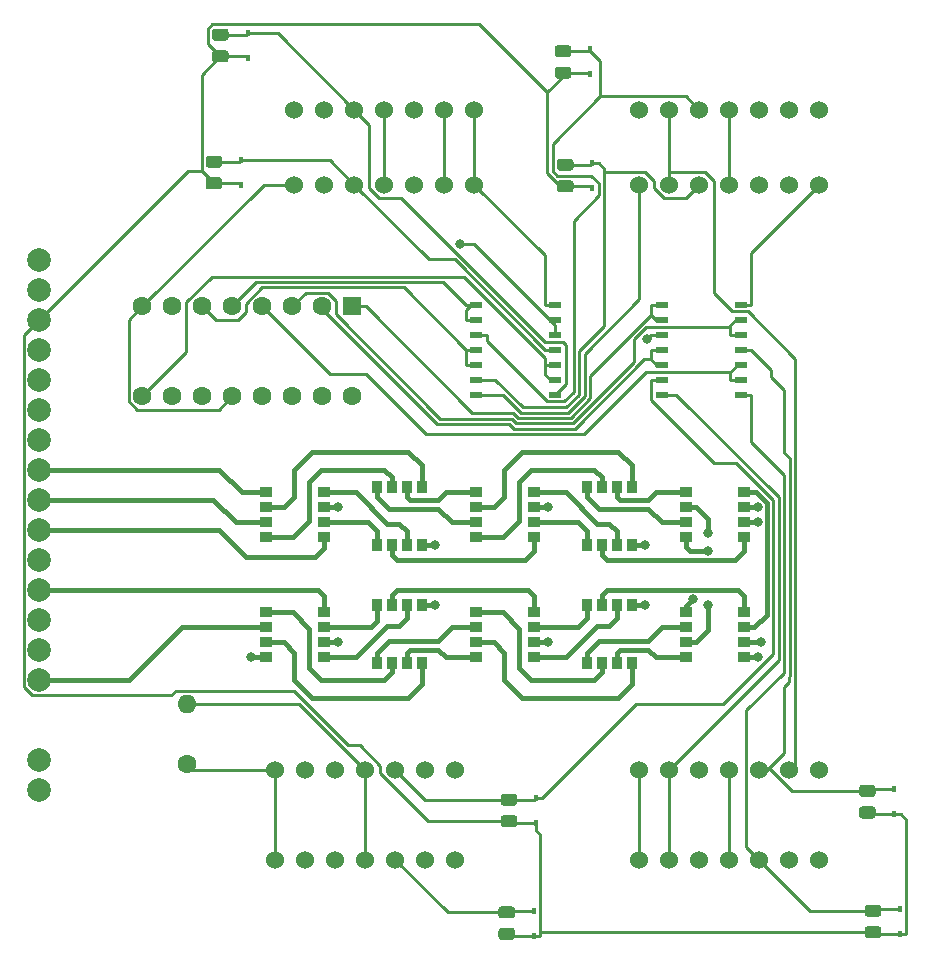
<source format=gbr>
%TF.GenerationSoftware,KiCad,Pcbnew,(5.1.7)-1*%
%TF.CreationDate,2020-11-19T14:16:26-06:00*%
%TF.ProjectId,SLEDBoard,534c4544-426f-4617-9264-2e6b69636164,v01*%
%TF.SameCoordinates,Original*%
%TF.FileFunction,Copper,L1,Top*%
%TF.FilePolarity,Positive*%
%FSLAX46Y46*%
G04 Gerber Fmt 4.6, Leading zero omitted, Abs format (unit mm)*
G04 Created by KiCad (PCBNEW (5.1.7)-1) date 2020-11-19 14:16:26*
%MOMM*%
%LPD*%
G01*
G04 APERTURE LIST*
%TA.AperFunction,ComponentPad*%
%ADD10C,1.524000*%
%TD*%
%TA.AperFunction,SMDPad,CuDef*%
%ADD11R,1.100000X0.510000*%
%TD*%
%TA.AperFunction,SMDPad,CuDef*%
%ADD12R,0.450000X0.600000*%
%TD*%
%TA.AperFunction,ComponentPad*%
%ADD13R,1.600000X1.600000*%
%TD*%
%TA.AperFunction,ComponentPad*%
%ADD14C,1.600000*%
%TD*%
%TA.AperFunction,SMDPad,CuDef*%
%ADD15R,1.100000X0.900000*%
%TD*%
%TA.AperFunction,SMDPad,CuDef*%
%ADD16R,0.900000X1.100000*%
%TD*%
%TA.AperFunction,ComponentPad*%
%ADD17O,1.600000X1.600000*%
%TD*%
%TA.AperFunction,ComponentPad*%
%ADD18C,2.000000*%
%TD*%
%TA.AperFunction,ViaPad*%
%ADD19C,0.800000*%
%TD*%
%TA.AperFunction,Conductor*%
%ADD20C,0.250000*%
%TD*%
%TA.AperFunction,Conductor*%
%ADD21C,0.431800*%
%TD*%
G04 APERTURE END LIST*
D10*
%TO.P,U10,VIN*%
%TO.N,VDD*%
X74930000Y-88900000D03*
%TO.P,U10,GND*%
%TO.N,GND*%
X72390000Y-88900000D03*
%TO.P,U10,3V3*%
%TO.N,N/C*%
X69850000Y-88900000D03*
%TO.P,U10,SCL*%
%TO.N,Net-(R1-Pad2)*%
X67310000Y-88900000D03*
%TO.P,U10,SDA*%
%TO.N,Net-(3SB2-Pad8)*%
X64770000Y-88900000D03*
%TO.P,U10,INT*%
%TO.N,Net-(U10-PadINT)*%
X62230000Y-88900000D03*
%TO.P,U10,LED*%
%TO.N,GND*%
X59690000Y-88900000D03*
%TD*%
%TO.P,U9,VIN*%
%TO.N,VDD*%
X74930000Y-95250000D03*
%TO.P,U9,GND*%
%TO.N,GND*%
X72390000Y-95250000D03*
%TO.P,U9,3V3*%
%TO.N,N/C*%
X69850000Y-95250000D03*
%TO.P,U9,SCL*%
%TO.N,Net-(R1-Pad2)*%
X67310000Y-95250000D03*
%TO.P,U9,SDA*%
%TO.N,Net-(3SB2-Pad11)*%
X64770000Y-95250000D03*
%TO.P,U9,INT*%
%TO.N,Net-(U10-PadINT)*%
X62230000Y-95250000D03*
%TO.P,U9,LED*%
%TO.N,GND*%
X59690000Y-95250000D03*
%TD*%
%TO.P,U8,VIN*%
%TO.N,VDD*%
X104140000Y-88900000D03*
%TO.P,U8,GND*%
%TO.N,GND*%
X101600000Y-88900000D03*
%TO.P,U8,3V3*%
%TO.N,N/C*%
X99060000Y-88900000D03*
%TO.P,U8,SCL*%
%TO.N,Net-(R1-Pad2)*%
X96520000Y-88900000D03*
%TO.P,U8,SDA*%
%TO.N,Net-(3SB2-Pad3)*%
X93980000Y-88900000D03*
%TO.P,U8,INT*%
%TO.N,Net-(U10-PadINT)*%
X91440000Y-88900000D03*
%TO.P,U8,LED*%
%TO.N,GND*%
X88900000Y-88900000D03*
%TD*%
%TO.P,U7,VIN*%
%TO.N,VDD*%
X104140000Y-95250000D03*
%TO.P,U7,GND*%
%TO.N,GND*%
X101600000Y-95250000D03*
%TO.P,U7,3V3*%
%TO.N,N/C*%
X99060000Y-95250000D03*
%TO.P,U7,SCL*%
%TO.N,Net-(R1-Pad2)*%
X96520000Y-95250000D03*
%TO.P,U7,SDA*%
%TO.N,Net-(3SB2-Pad6)*%
X93980000Y-95250000D03*
%TO.P,U7,INT*%
%TO.N,Net-(U10-PadINT)*%
X91440000Y-95250000D03*
%TO.P,U7,LED*%
%TO.N,GND*%
X88900000Y-95250000D03*
%TD*%
%TO.P,U6,VIN*%
%TO.N,VDD*%
X88900000Y-152400000D03*
%TO.P,U6,GND*%
%TO.N,GND*%
X91440000Y-152400000D03*
%TO.P,U6,3V3*%
%TO.N,N/C*%
X93980000Y-152400000D03*
%TO.P,U6,SCL*%
%TO.N,Net-(R1-Pad2)*%
X96520000Y-152400000D03*
%TO.P,U6,SDA*%
%TO.N,Net-(3SB1-Pad8)*%
X99060000Y-152400000D03*
%TO.P,U6,INT*%
%TO.N,Net-(U10-PadINT)*%
X101600000Y-152400000D03*
%TO.P,U6,LED*%
%TO.N,GND*%
X104140000Y-152400000D03*
%TD*%
%TO.P,U5,VIN*%
%TO.N,VDD*%
X88900000Y-144780000D03*
%TO.P,U5,GND*%
%TO.N,GND*%
X91440000Y-144780000D03*
%TO.P,U5,3V3*%
%TO.N,N/C*%
X93980000Y-144780000D03*
%TO.P,U5,SCL*%
%TO.N,Net-(R1-Pad2)*%
X96520000Y-144780000D03*
%TO.P,U5,SDA*%
%TO.N,Net-(3SB1-Pad11)*%
X99060000Y-144780000D03*
%TO.P,U5,INT*%
%TO.N,Net-(U10-PadINT)*%
X101600000Y-144780000D03*
%TO.P,U5,LED*%
%TO.N,GND*%
X104140000Y-144780000D03*
%TD*%
%TO.P,U4,VIN*%
%TO.N,VDD*%
X58060000Y-152400000D03*
%TO.P,U4,GND*%
%TO.N,GND*%
X60600000Y-152400000D03*
%TO.P,U4,3V3*%
%TO.N,N/C*%
X63140000Y-152400000D03*
%TO.P,U4,SCL*%
%TO.N,Net-(R1-Pad2)*%
X65680000Y-152400000D03*
%TO.P,U4,SDA*%
%TO.N,Net-(3SB1-Pad3)*%
X68220000Y-152400000D03*
%TO.P,U4,INT*%
%TO.N,Net-(U10-PadINT)*%
X70760000Y-152400000D03*
%TO.P,U4,LED*%
%TO.N,GND*%
X73300000Y-152400000D03*
%TD*%
%TO.P,U3,VIN*%
%TO.N,VDD*%
X58085000Y-144780000D03*
%TO.P,U3,GND*%
%TO.N,GND*%
X60625000Y-144780000D03*
%TO.P,U3,3V3*%
%TO.N,N/C*%
X63165000Y-144780000D03*
%TO.P,U3,SCL*%
%TO.N,Net-(R1-Pad2)*%
X65705000Y-144780000D03*
%TO.P,U3,SDA*%
%TO.N,Net-(3SB1-Pad6)*%
X68245000Y-144780000D03*
%TO.P,U3,INT*%
%TO.N,Net-(U10-PadINT)*%
X70785000Y-144780000D03*
%TO.P,U3,LED*%
%TO.N,GND*%
X73325000Y-144780000D03*
%TD*%
D11*
%TO.P,3SB1,14*%
%TO.N,VDD*%
X97485200Y-105410000D03*
%TO.P,3SB1,13*%
%TO.N,/~Y2*%
X97485200Y-106680000D03*
%TO.P,3SB1,12*%
X97485200Y-107950000D03*
%TO.P,3SB1,11*%
%TO.N,Net-(3SB1-Pad11)*%
X97485200Y-109220000D03*
%TO.P,3SB1,10*%
%TO.N,/~Y3*%
X97485200Y-110490000D03*
%TO.P,3SB1,9*%
X97485200Y-111760000D03*
%TO.P,3SB1,8*%
%TO.N,Net-(3SB1-Pad8)*%
X97485200Y-113030000D03*
%TO.P,3SB1,7*%
%TO.N,GND*%
X90785200Y-113030000D03*
%TO.P,3SB1,6*%
%TO.N,Net-(3SB1-Pad6)*%
X90785200Y-111760000D03*
%TO.P,3SB1,5*%
%TO.N,/~Y1*%
X90785200Y-110490000D03*
%TO.P,3SB1,4*%
X90785200Y-109220000D03*
%TO.P,3SB1,3*%
%TO.N,Net-(3SB1-Pad3)*%
X90785200Y-107950000D03*
%TO.P,3SB1,2*%
%TO.N,/~Y0*%
X90785200Y-106680000D03*
%TO.P,3SB1,1*%
X90785200Y-105410000D03*
%TD*%
%TO.P,3SB2,1*%
%TO.N,/~Y4*%
X75088000Y-105410000D03*
%TO.P,3SB2,2*%
X75088000Y-106680000D03*
%TO.P,3SB2,3*%
%TO.N,Net-(3SB2-Pad3)*%
X75088000Y-107950000D03*
%TO.P,3SB2,4*%
%TO.N,/~Y5*%
X75088000Y-109220000D03*
%TO.P,3SB2,5*%
X75088000Y-110490000D03*
%TO.P,3SB2,6*%
%TO.N,Net-(3SB2-Pad6)*%
X75088000Y-111760000D03*
%TO.P,3SB2,7*%
%TO.N,GND*%
X75088000Y-113030000D03*
%TO.P,3SB2,8*%
%TO.N,Net-(3SB2-Pad8)*%
X81788000Y-113030000D03*
%TO.P,3SB2,9*%
%TO.N,/~Y7*%
X81788000Y-111760000D03*
%TO.P,3SB2,10*%
X81788000Y-110490000D03*
%TO.P,3SB2,11*%
%TO.N,Net-(3SB2-Pad11)*%
X81788000Y-109220000D03*
%TO.P,3SB2,12*%
%TO.N,/~Y6*%
X81788000Y-107950000D03*
%TO.P,3SB2,13*%
X81788000Y-106680000D03*
%TO.P,3SB2,14*%
%TO.N,VDD*%
X81788000Y-105410000D03*
%TD*%
%TO.P,R18,2*%
%TO.N,Net-(D1-Pad2)*%
%TA.AperFunction,SMDPad,CuDef*%
G36*
G01*
X52964799Y-83868900D02*
X53864801Y-83868900D01*
G75*
G02*
X54114800Y-84118899I0J-249999D01*
G01*
X54114800Y-84643901D01*
G75*
G02*
X53864801Y-84893900I-249999J0D01*
G01*
X52964799Y-84893900D01*
G75*
G02*
X52714800Y-84643901I0J249999D01*
G01*
X52714800Y-84118899D01*
G75*
G02*
X52964799Y-83868900I249999J0D01*
G01*
G37*
%TD.AperFunction*%
%TO.P,R18,1*%
%TO.N,Net-(3SB2-Pad8)*%
%TA.AperFunction,SMDPad,CuDef*%
G36*
G01*
X52964799Y-82043900D02*
X53864801Y-82043900D01*
G75*
G02*
X54114800Y-82293899I0J-249999D01*
G01*
X54114800Y-82818901D01*
G75*
G02*
X53864801Y-83068900I-249999J0D01*
G01*
X52964799Y-83068900D01*
G75*
G02*
X52714800Y-82818901I0J249999D01*
G01*
X52714800Y-82293899D01*
G75*
G02*
X52964799Y-82043900I249999J0D01*
G01*
G37*
%TD.AperFunction*%
%TD*%
%TO.P,R16,1*%
%TO.N,Net-(3SB2-Pad11)*%
%TA.AperFunction,SMDPad,CuDef*%
G36*
G01*
X52419699Y-92800100D02*
X53319701Y-92800100D01*
G75*
G02*
X53569700Y-93050099I0J-249999D01*
G01*
X53569700Y-93575101D01*
G75*
G02*
X53319701Y-93825100I-249999J0D01*
G01*
X52419699Y-93825100D01*
G75*
G02*
X52169700Y-93575101I0J249999D01*
G01*
X52169700Y-93050099D01*
G75*
G02*
X52419699Y-92800100I249999J0D01*
G01*
G37*
%TD.AperFunction*%
%TO.P,R16,2*%
%TO.N,Net-(D1-Pad2)*%
%TA.AperFunction,SMDPad,CuDef*%
G36*
G01*
X52419699Y-94625100D02*
X53319701Y-94625100D01*
G75*
G02*
X53569700Y-94875099I0J-249999D01*
G01*
X53569700Y-95400101D01*
G75*
G02*
X53319701Y-95650100I-249999J0D01*
G01*
X52419699Y-95650100D01*
G75*
G02*
X52169700Y-95400101I0J249999D01*
G01*
X52169700Y-94875099D01*
G75*
G02*
X52419699Y-94625100I249999J0D01*
G01*
G37*
%TD.AperFunction*%
%TD*%
%TO.P,R14,2*%
%TO.N,Net-(D1-Pad2)*%
%TA.AperFunction,SMDPad,CuDef*%
G36*
G01*
X81990699Y-85256700D02*
X82890701Y-85256700D01*
G75*
G02*
X83140700Y-85506699I0J-249999D01*
G01*
X83140700Y-86031701D01*
G75*
G02*
X82890701Y-86281700I-249999J0D01*
G01*
X81990699Y-86281700D01*
G75*
G02*
X81740700Y-86031701I0J249999D01*
G01*
X81740700Y-85506699D01*
G75*
G02*
X81990699Y-85256700I249999J0D01*
G01*
G37*
%TD.AperFunction*%
%TO.P,R14,1*%
%TO.N,Net-(3SB2-Pad3)*%
%TA.AperFunction,SMDPad,CuDef*%
G36*
G01*
X81990699Y-83431700D02*
X82890701Y-83431700D01*
G75*
G02*
X83140700Y-83681699I0J-249999D01*
G01*
X83140700Y-84206701D01*
G75*
G02*
X82890701Y-84456700I-249999J0D01*
G01*
X81990699Y-84456700D01*
G75*
G02*
X81740700Y-84206701I0J249999D01*
G01*
X81740700Y-83681699D01*
G75*
G02*
X81990699Y-83431700I249999J0D01*
G01*
G37*
%TD.AperFunction*%
%TD*%
%TO.P,R12,2*%
%TO.N,Net-(D1-Pad2)*%
%TA.AperFunction,SMDPad,CuDef*%
G36*
G01*
X82175299Y-94882300D02*
X83075301Y-94882300D01*
G75*
G02*
X83325300Y-95132299I0J-249999D01*
G01*
X83325300Y-95657301D01*
G75*
G02*
X83075301Y-95907300I-249999J0D01*
G01*
X82175299Y-95907300D01*
G75*
G02*
X81925300Y-95657301I0J249999D01*
G01*
X81925300Y-95132299D01*
G75*
G02*
X82175299Y-94882300I249999J0D01*
G01*
G37*
%TD.AperFunction*%
%TO.P,R12,1*%
%TO.N,Net-(3SB2-Pad6)*%
%TA.AperFunction,SMDPad,CuDef*%
G36*
G01*
X82175299Y-93057300D02*
X83075301Y-93057300D01*
G75*
G02*
X83325300Y-93307299I0J-249999D01*
G01*
X83325300Y-93832301D01*
G75*
G02*
X83075301Y-94082300I-249999J0D01*
G01*
X82175299Y-94082300D01*
G75*
G02*
X81925300Y-93832301I0J249999D01*
G01*
X81925300Y-93307299D01*
G75*
G02*
X82175299Y-93057300I249999J0D01*
G01*
G37*
%TD.AperFunction*%
%TD*%
%TO.P,R10,2*%
%TO.N,Net-(D1-Pad2)*%
%TA.AperFunction,SMDPad,CuDef*%
G36*
G01*
X108228999Y-158034000D02*
X109129001Y-158034000D01*
G75*
G02*
X109379000Y-158283999I0J-249999D01*
G01*
X109379000Y-158809001D01*
G75*
G02*
X109129001Y-159059000I-249999J0D01*
G01*
X108228999Y-159059000D01*
G75*
G02*
X107979000Y-158809001I0J249999D01*
G01*
X107979000Y-158283999D01*
G75*
G02*
X108228999Y-158034000I249999J0D01*
G01*
G37*
%TD.AperFunction*%
%TO.P,R10,1*%
%TO.N,Net-(3SB1-Pad8)*%
%TA.AperFunction,SMDPad,CuDef*%
G36*
G01*
X108228999Y-156209000D02*
X109129001Y-156209000D01*
G75*
G02*
X109379000Y-156458999I0J-249999D01*
G01*
X109379000Y-156984001D01*
G75*
G02*
X109129001Y-157234000I-249999J0D01*
G01*
X108228999Y-157234000D01*
G75*
G02*
X107979000Y-156984001I0J249999D01*
G01*
X107979000Y-156458999D01*
G75*
G02*
X108228999Y-156209000I249999J0D01*
G01*
G37*
%TD.AperFunction*%
%TD*%
%TO.P,R8,2*%
%TO.N,Net-(D1-Pad2)*%
%TA.AperFunction,SMDPad,CuDef*%
G36*
G01*
X107750999Y-147893000D02*
X108651001Y-147893000D01*
G75*
G02*
X108901000Y-148142999I0J-249999D01*
G01*
X108901000Y-148668001D01*
G75*
G02*
X108651001Y-148918000I-249999J0D01*
G01*
X107750999Y-148918000D01*
G75*
G02*
X107501000Y-148668001I0J249999D01*
G01*
X107501000Y-148142999D01*
G75*
G02*
X107750999Y-147893000I249999J0D01*
G01*
G37*
%TD.AperFunction*%
%TO.P,R8,1*%
%TO.N,Net-(3SB1-Pad11)*%
%TA.AperFunction,SMDPad,CuDef*%
G36*
G01*
X107750999Y-146068000D02*
X108651001Y-146068000D01*
G75*
G02*
X108901000Y-146317999I0J-249999D01*
G01*
X108901000Y-146843001D01*
G75*
G02*
X108651001Y-147093000I-249999J0D01*
G01*
X107750999Y-147093000D01*
G75*
G02*
X107501000Y-146843001I0J249999D01*
G01*
X107501000Y-146317999D01*
G75*
G02*
X107750999Y-146068000I249999J0D01*
G01*
G37*
%TD.AperFunction*%
%TD*%
%TO.P,R6,2*%
%TO.N,Net-(D1-Pad2)*%
%TA.AperFunction,SMDPad,CuDef*%
G36*
G01*
X77221599Y-158178000D02*
X78121601Y-158178000D01*
G75*
G02*
X78371600Y-158427999I0J-249999D01*
G01*
X78371600Y-158953001D01*
G75*
G02*
X78121601Y-159203000I-249999J0D01*
G01*
X77221599Y-159203000D01*
G75*
G02*
X76971600Y-158953001I0J249999D01*
G01*
X76971600Y-158427999D01*
G75*
G02*
X77221599Y-158178000I249999J0D01*
G01*
G37*
%TD.AperFunction*%
%TO.P,R6,1*%
%TO.N,Net-(3SB1-Pad3)*%
%TA.AperFunction,SMDPad,CuDef*%
G36*
G01*
X77221599Y-156353000D02*
X78121601Y-156353000D01*
G75*
G02*
X78371600Y-156602999I0J-249999D01*
G01*
X78371600Y-157128001D01*
G75*
G02*
X78121601Y-157378000I-249999J0D01*
G01*
X77221599Y-157378000D01*
G75*
G02*
X76971600Y-157128001I0J249999D01*
G01*
X76971600Y-156602999D01*
G75*
G02*
X77221599Y-156353000I249999J0D01*
G01*
G37*
%TD.AperFunction*%
%TD*%
%TO.P,R4,2*%
%TO.N,Net-(D1-Pad2)*%
%TA.AperFunction,SMDPad,CuDef*%
G36*
G01*
X77409399Y-148629000D02*
X78309401Y-148629000D01*
G75*
G02*
X78559400Y-148878999I0J-249999D01*
G01*
X78559400Y-149404001D01*
G75*
G02*
X78309401Y-149654000I-249999J0D01*
G01*
X77409399Y-149654000D01*
G75*
G02*
X77159400Y-149404001I0J249999D01*
G01*
X77159400Y-148878999D01*
G75*
G02*
X77409399Y-148629000I249999J0D01*
G01*
G37*
%TD.AperFunction*%
%TO.P,R4,1*%
%TO.N,Net-(3SB1-Pad6)*%
%TA.AperFunction,SMDPad,CuDef*%
G36*
G01*
X77409399Y-146804000D02*
X78309401Y-146804000D01*
G75*
G02*
X78559400Y-147053999I0J-249999D01*
G01*
X78559400Y-147579001D01*
G75*
G02*
X78309401Y-147829000I-249999J0D01*
G01*
X77409399Y-147829000D01*
G75*
G02*
X77159400Y-147579001I0J249999D01*
G01*
X77159400Y-147053999D01*
G75*
G02*
X77409399Y-146804000I249999J0D01*
G01*
G37*
%TD.AperFunction*%
%TD*%
D12*
%TO.P,D1,2*%
%TO.N,Net-(D1-Pad2)*%
X80145400Y-149279000D03*
%TO.P,D1,1*%
%TO.N,Net-(3SB1-Pad6)*%
X80145400Y-147179000D03*
%TD*%
%TO.P,D2,1*%
%TO.N,Net-(3SB1-Pad3)*%
X79957600Y-156728000D03*
%TO.P,D2,2*%
%TO.N,Net-(D1-Pad2)*%
X79957600Y-158828000D03*
%TD*%
%TO.P,D3,1*%
%TO.N,Net-(3SB1-Pad11)*%
X110487000Y-146443000D03*
%TO.P,D3,2*%
%TO.N,Net-(D1-Pad2)*%
X110487000Y-148543000D03*
%TD*%
%TO.P,D4,2*%
%TO.N,Net-(D1-Pad2)*%
X110965000Y-158684000D03*
%TO.P,D4,1*%
%TO.N,Net-(3SB1-Pad8)*%
X110965000Y-156584000D03*
%TD*%
%TO.P,D5,1*%
%TO.N,Net-(3SB2-Pad6)*%
X84911300Y-93432300D03*
%TO.P,D5,2*%
%TO.N,Net-(D1-Pad2)*%
X84911300Y-95532300D03*
%TD*%
%TO.P,D6,1*%
%TO.N,Net-(3SB2-Pad3)*%
X84726700Y-83806700D03*
%TO.P,D6,2*%
%TO.N,Net-(D1-Pad2)*%
X84726700Y-85906700D03*
%TD*%
%TO.P,D7,2*%
%TO.N,Net-(D1-Pad2)*%
X55155700Y-95275100D03*
%TO.P,D7,1*%
%TO.N,Net-(3SB2-Pad11)*%
X55155700Y-93175100D03*
%TD*%
%TO.P,D8,2*%
%TO.N,Net-(D1-Pad2)*%
X55764000Y-84518900D03*
%TO.P,D8,1*%
%TO.N,Net-(3SB2-Pad8)*%
X55764000Y-82418900D03*
%TD*%
D13*
%TO.P,DECODER1,1*%
%TO.N,/~Y0*%
X64592200Y-105537000D03*
D14*
%TO.P,DECODER1,2*%
%TO.N,/~Y1*%
X62052200Y-105537000D03*
%TO.P,DECODER1,3*%
%TO.N,/~Y2*%
X59512200Y-105537000D03*
%TO.P,DECODER1,4*%
%TO.N,/~Y3*%
X56972200Y-105537000D03*
%TO.P,DECODER1,5*%
%TO.N,/~Y4*%
X54432200Y-105537000D03*
%TO.P,DECODER1,6*%
%TO.N,/~Y5*%
X51892200Y-105537000D03*
%TO.P,DECODER1,7*%
%TO.N,/~Y6*%
X49352200Y-105537000D03*
%TO.P,DECODER1,10*%
%TO.N,N/C*%
X49352200Y-113157000D03*
%TO.P,DECODER1,11*%
X51892200Y-113157000D03*
%TO.P,DECODER1,12*%
%TO.N,GND*%
X54432200Y-113157000D03*
%TO.P,DECODER1,13*%
%TO.N,Net-(DECODER1-Pad13)*%
X56972200Y-113157000D03*
%TO.P,DECODER1,14*%
%TO.N,Net-(DECODER1-Pad14)*%
X59512200Y-113157000D03*
%TO.P,DECODER1,15*%
%TO.N,Net-(DECODER1-Pad15)*%
X62052200Y-113157000D03*
%TO.P,DECODER1,16*%
%TO.N,VDD*%
X64592200Y-113157000D03*
%TO.P,DECODER1,8*%
%TO.N,GND*%
X46812200Y-105537000D03*
%TO.P,DECODER1,9*%
%TO.N,/~Y7*%
X46812200Y-113157000D03*
%TD*%
D15*
%TO.P,LED1,5*%
%TO.N,Net-(LED1-Pad5)*%
X62224920Y-125100080D03*
%TO.P,LED1,6*%
%TO.N,Net-(LED1-Pad6)*%
X62224920Y-123830080D03*
%TO.P,LED1,7*%
%TO.N,Net-(LED1-Pad7)*%
X62224920Y-122560080D03*
%TO.P,LED1,8*%
%TO.N,Net-(LED1-Pad8)*%
X62224920Y-121290080D03*
%TO.P,LED1,4*%
%TO.N,Net-(LED1-Pad4)*%
X57324920Y-125100080D03*
%TO.P,LED1,3*%
%TO.N,Net-(LED1-Pad3)*%
X57324920Y-123830080D03*
%TO.P,LED1,2*%
%TO.N,Net-(LED1-Pad2)*%
X57324920Y-122560080D03*
%TO.P,LED1,1*%
%TO.N,Net-(LED1-Pad1)*%
X57324920Y-121290080D03*
%TD*%
%TO.P,LED2,1*%
%TO.N,Net-(LED2-Pad1)*%
X57324920Y-131450080D03*
%TO.P,LED2,2*%
%TO.N,Net-(LED2-Pad2)*%
X57324920Y-132720080D03*
%TO.P,LED2,3*%
%TO.N,Net-(LED2-Pad3)*%
X57324920Y-133990080D03*
%TO.P,LED2,4*%
%TO.N,Net-(LED2-Pad4)*%
X57324920Y-135260080D03*
%TO.P,LED2,8*%
%TO.N,Net-(LED2-Pad8)*%
X62224920Y-131450080D03*
%TO.P,LED2,7*%
%TO.N,Net-(LED2-Pad7)*%
X62224920Y-132720080D03*
%TO.P,LED2,6*%
%TO.N,Net-(LED2-Pad6)*%
X62224920Y-133990080D03*
%TO.P,LED2,5*%
%TO.N,Net-(LED2-Pad5)*%
X62224920Y-135260080D03*
%TD*%
D16*
%TO.P,LED3,1*%
%TO.N,Net-(LED1-Pad2)*%
X70479920Y-120824920D03*
%TO.P,LED3,2*%
%TO.N,Net-(LED3-Pad2)*%
X69209920Y-120824920D03*
%TO.P,LED3,3*%
%TO.N,Net-(LED1-Pad4)*%
X67939920Y-120824920D03*
%TO.P,LED3,4*%
%TO.N,Net-(LED3-Pad4)*%
X66669920Y-120824920D03*
%TO.P,LED3,8*%
%TO.N,Net-(LED3-Pad8)*%
X70479920Y-125724920D03*
%TO.P,LED3,7*%
%TO.N,Net-(LED1-Pad8)*%
X69209920Y-125724920D03*
%TO.P,LED3,6*%
%TO.N,Net-(LED3-Pad6)*%
X67939920Y-125724920D03*
%TO.P,LED3,5*%
%TO.N,Net-(LED1-Pad6)*%
X66669920Y-125724920D03*
%TD*%
%TO.P,LED4,5*%
%TO.N,Net-(LED4-Pad5)*%
X70490080Y-130815080D03*
%TO.P,LED4,6*%
%TO.N,Net-(LED2-Pad5)*%
X69220080Y-130815080D03*
%TO.P,LED4,7*%
%TO.N,Net-(LED4-Pad7)*%
X67950080Y-130815080D03*
%TO.P,LED4,8*%
%TO.N,Net-(LED2-Pad7)*%
X66680080Y-130815080D03*
%TO.P,LED4,4*%
%TO.N,Net-(LED2-Pad3)*%
X70490080Y-135715080D03*
%TO.P,LED4,3*%
%TO.N,Net-(LED4-Pad3)*%
X69220080Y-135715080D03*
%TO.P,LED4,2*%
%TO.N,Net-(LED2-Pad1)*%
X67950080Y-135715080D03*
%TO.P,LED4,1*%
%TO.N,Net-(LED4-Pad1)*%
X66680080Y-135715080D03*
%TD*%
D15*
%TO.P,LED5,5*%
%TO.N,Net-(LED3-Pad6)*%
X80004920Y-125100080D03*
%TO.P,LED5,6*%
%TO.N,Net-(LED5-Pad6)*%
X80004920Y-123830080D03*
%TO.P,LED5,7*%
%TO.N,Net-(LED3-Pad8)*%
X80004920Y-122560080D03*
%TO.P,LED5,8*%
%TO.N,Net-(LED5-Pad8)*%
X80004920Y-121290080D03*
%TO.P,LED5,4*%
%TO.N,Net-(LED5-Pad4)*%
X75104920Y-125100080D03*
%TO.P,LED5,3*%
%TO.N,Net-(LED3-Pad4)*%
X75104920Y-123830080D03*
%TO.P,LED5,2*%
%TO.N,Net-(LED5-Pad2)*%
X75104920Y-122560080D03*
%TO.P,LED5,1*%
%TO.N,Net-(LED3-Pad2)*%
X75104920Y-121290080D03*
%TD*%
%TO.P,LED6,1*%
%TO.N,Net-(LED6-Pad1)*%
X75104920Y-131450080D03*
%TO.P,LED6,2*%
%TO.N,Net-(LED4-Pad1)*%
X75104920Y-132720080D03*
%TO.P,LED6,3*%
%TO.N,Net-(LED6-Pad3)*%
X75104920Y-133990080D03*
%TO.P,LED6,4*%
%TO.N,Net-(LED4-Pad3)*%
X75104920Y-135260080D03*
%TO.P,LED6,8*%
%TO.N,Net-(LED4-Pad7)*%
X80004920Y-131450080D03*
%TO.P,LED6,7*%
%TO.N,Net-(LED6-Pad7)*%
X80004920Y-132720080D03*
%TO.P,LED6,6*%
%TO.N,Net-(LED4-Pad5)*%
X80004920Y-133990080D03*
%TO.P,LED6,5*%
%TO.N,Net-(LED6-Pad5)*%
X80004920Y-135260080D03*
%TD*%
D16*
%TO.P,LED7,1*%
%TO.N,Net-(LED5-Pad2)*%
X88259920Y-120824920D03*
%TO.P,LED7,2*%
%TO.N,Net-(LED7-Pad2)*%
X86989920Y-120824920D03*
%TO.P,LED7,3*%
%TO.N,Net-(LED5-Pad4)*%
X85719920Y-120824920D03*
%TO.P,LED7,4*%
%TO.N,Net-(LED7-Pad4)*%
X84449920Y-120824920D03*
%TO.P,LED7,8*%
%TO.N,Net-(LED7-Pad8)*%
X88259920Y-125724920D03*
%TO.P,LED7,7*%
%TO.N,Net-(LED5-Pad8)*%
X86989920Y-125724920D03*
%TO.P,LED7,6*%
%TO.N,Net-(LED7-Pad6)*%
X85719920Y-125724920D03*
%TO.P,LED7,5*%
%TO.N,Net-(LED5-Pad6)*%
X84449920Y-125724920D03*
%TD*%
%TO.P,LED8,1*%
%TO.N,Net-(LED10-Pad2)*%
X84460080Y-135715080D03*
%TO.P,LED8,2*%
%TO.N,Net-(LED6-Pad1)*%
X85730080Y-135715080D03*
%TO.P,LED8,3*%
%TO.N,Net-(LED10-Pad4)*%
X87000080Y-135715080D03*
%TO.P,LED8,4*%
%TO.N,Net-(LED6-Pad3)*%
X88270080Y-135715080D03*
%TO.P,LED8,8*%
%TO.N,Net-(LED6-Pad7)*%
X84460080Y-130815080D03*
%TO.P,LED8,7*%
%TO.N,Net-(LED10-Pad8)*%
X85730080Y-130815080D03*
%TO.P,LED8,6*%
%TO.N,Net-(LED6-Pad5)*%
X87000080Y-130815080D03*
%TO.P,LED8,5*%
%TO.N,Net-(LED10-Pad6)*%
X88270080Y-130815080D03*
%TD*%
D15*
%TO.P,LED9,5*%
%TO.N,Net-(LED7-Pad6)*%
X97784920Y-125100080D03*
%TO.P,LED9,6*%
%TO.N,Net-(LED10-Pad5)*%
X97784920Y-123830080D03*
%TO.P,LED9,7*%
%TO.N,Net-(LED7-Pad8)*%
X97784920Y-122560080D03*
%TO.P,LED9,8*%
%TO.N,Net-(LED10-Pad7)*%
X97784920Y-121290080D03*
%TO.P,LED9,4*%
%TO.N,Net-(LED10-Pad3)*%
X92884920Y-125100080D03*
%TO.P,LED9,3*%
%TO.N,Net-(LED7-Pad4)*%
X92884920Y-123830080D03*
%TO.P,LED9,2*%
%TO.N,Net-(LED10-Pad1)*%
X92884920Y-122560080D03*
%TO.P,LED9,1*%
%TO.N,Net-(LED7-Pad2)*%
X92884920Y-121290080D03*
%TD*%
%TO.P,LED10,5*%
%TO.N,Net-(LED10-Pad5)*%
X97784920Y-135260080D03*
%TO.P,LED10,6*%
%TO.N,Net-(LED10-Pad6)*%
X97784920Y-133990080D03*
%TO.P,LED10,7*%
%TO.N,Net-(LED10-Pad7)*%
X97784920Y-132720080D03*
%TO.P,LED10,8*%
%TO.N,Net-(LED10-Pad8)*%
X97784920Y-131450080D03*
%TO.P,LED10,4*%
%TO.N,Net-(LED10-Pad4)*%
X92884920Y-135260080D03*
%TO.P,LED10,3*%
%TO.N,Net-(LED10-Pad3)*%
X92884920Y-133990080D03*
%TO.P,LED10,2*%
%TO.N,Net-(LED10-Pad2)*%
X92884920Y-132720080D03*
%TO.P,LED10,1*%
%TO.N,Net-(LED10-Pad1)*%
X92884920Y-131450080D03*
%TD*%
D14*
%TO.P,R1,1*%
%TO.N,VDD*%
X50625000Y-144325000D03*
D17*
%TO.P,R1,2*%
%TO.N,Net-(R1-Pad2)*%
X50625000Y-139245000D03*
%TD*%
D18*
%TO.P,U1,1*%
%TO.N,GND*%
X38100000Y-146507000D03*
%TO.P,U1,2*%
%TO.N,VDD*%
X38100000Y-143967000D03*
%TD*%
%TO.P,U2,1*%
%TO.N,Net-(LED2-Pad2)*%
X38100000Y-137160000D03*
%TO.P,U2,2*%
%TO.N,Net-(LED2-Pad4)*%
X38100000Y-134620000D03*
%TO.P,U2,3*%
%TO.N,Net-(LED2-Pad6)*%
X38100000Y-132080000D03*
%TO.P,U2,4*%
%TO.N,Net-(LED2-Pad8)*%
X38100000Y-129540000D03*
%TO.P,U2,5*%
%TO.N,Net-(LED1-Pad7)*%
X38100000Y-127000000D03*
%TO.P,U2,6*%
%TO.N,Net-(LED1-Pad5)*%
X38100000Y-124460000D03*
%TO.P,U2,7*%
%TO.N,Net-(LED1-Pad3)*%
X38100000Y-121920000D03*
%TO.P,U2,8*%
%TO.N,Net-(LED1-Pad1)*%
X38100000Y-119380000D03*
%TO.P,U2,9*%
%TO.N,N/C*%
X38100000Y-116840000D03*
%TO.P,U2,10*%
%TO.N,Net-(DECODER1-Pad13)*%
X38100000Y-114300000D03*
%TO.P,U2,11*%
%TO.N,Net-(DECODER1-Pad14)*%
X38100000Y-111760000D03*
%TO.P,U2,12*%
%TO.N,Net-(DECODER1-Pad15)*%
X38100000Y-109220000D03*
%TO.P,U2,13*%
%TO.N,Net-(D1-Pad2)*%
X38100000Y-106680000D03*
%TO.P,U2,14*%
%TO.N,Net-(U10-PadINT)*%
X38100000Y-104140000D03*
%TO.P,U2,15*%
%TO.N,Net-(R1-Pad2)*%
X38100000Y-101600000D03*
%TD*%
D19*
%TO.N,Net-(3SB1-Pad3)*%
X89562600Y-108332500D03*
%TO.N,/~Y6*%
X73673600Y-100239200D03*
%TO.N,Net-(LED1-Pad7)*%
X63378100Y-122560000D03*
%TO.N,Net-(LED2-Pad4)*%
X56001900Y-135260000D03*
%TO.N,Net-(LED2-Pad6)*%
X63378100Y-133990000D03*
%TO.N,Net-(LED3-Pad8)*%
X81158100Y-122560000D03*
X71628000Y-125730000D03*
%TO.N,Net-(LED4-Pad5)*%
X81158100Y-133990000D03*
X71622900Y-130815000D03*
%TO.N,Net-(LED7-Pad8)*%
X98938100Y-122560000D03*
X89408000Y-125730000D03*
%TO.N,Net-(LED10-Pad6)*%
X89402900Y-130815000D03*
X99192100Y-133990000D03*
%TO.N,Net-(LED10-Pad5)*%
X98938100Y-123830000D03*
X98938100Y-135260000D03*
%TO.N,Net-(LED10-Pad3)*%
X94742000Y-130810000D03*
X94742000Y-126238000D03*
%TO.N,Net-(LED10-Pad1)*%
X93472000Y-130302000D03*
X94742000Y-124714000D03*
%TD*%
D20*
%TO.N,/~Y0*%
X65717500Y-105537000D02*
X74744900Y-114564400D01*
X74744900Y-114564400D02*
X78219600Y-114564400D01*
X78219600Y-114564400D02*
X78653800Y-114998600D01*
X78653800Y-114998600D02*
X83082300Y-114998600D01*
X83082300Y-114998600D02*
X84739800Y-113341100D01*
X84739800Y-113341100D02*
X84739800Y-111432000D01*
X84739800Y-111432000D02*
X89919700Y-106252100D01*
X89919700Y-106252100D02*
X89909900Y-106242300D01*
X89909900Y-106242300D02*
X89909900Y-105410000D01*
X90347600Y-106680000D02*
X89919700Y-106252100D01*
X64592200Y-105537000D02*
X65717500Y-105537000D01*
X90785200Y-105410000D02*
X89909900Y-105410000D01*
X90785200Y-106680000D02*
X90347600Y-106680000D01*
%TO.N,Net-(3SB1-Pad3)*%
X89562600Y-108332500D02*
X89909900Y-107985200D01*
X89909900Y-107985200D02*
X89909900Y-107950000D01*
X90785200Y-107950000D02*
X89909900Y-107950000D01*
X77671600Y-156865500D02*
X72685500Y-156865500D01*
X72685500Y-156865500D02*
X68220000Y-152400000D01*
X77671800Y-156865700D02*
X77671700Y-156865600D01*
X77671700Y-156865600D02*
X77671600Y-156865600D01*
X77671600Y-156865600D02*
X77671600Y-156865500D01*
X77671800Y-156865700D02*
X77671600Y-156866000D01*
X79957600Y-156728000D02*
X77809100Y-156728000D01*
X77809100Y-156728000D02*
X77671800Y-156865700D01*
%TO.N,/~Y1*%
X62052200Y-105537000D02*
X62052200Y-105775800D01*
X62052200Y-105775800D02*
X71795900Y-115519500D01*
X71795900Y-115519500D02*
X77900900Y-115519500D01*
X77900900Y-115519500D02*
X78280600Y-115899200D01*
X78280600Y-115899200D02*
X83455500Y-115899200D01*
X83455500Y-115899200D02*
X89302400Y-110052300D01*
X89302400Y-110052300D02*
X89909900Y-110052300D01*
X89909900Y-110052300D02*
X89909900Y-109220000D01*
X90347600Y-110490000D02*
X89909900Y-110052300D01*
X90785200Y-109220000D02*
X89909900Y-109220000D01*
X90785200Y-110490000D02*
X90347600Y-110490000D01*
%TO.N,Net-(3SB1-Pad6)*%
X89909900Y-111760000D02*
X89909900Y-113488600D01*
X89909900Y-113488600D02*
X95247600Y-118826300D01*
X95247600Y-118826300D02*
X97119800Y-118826300D01*
X97119800Y-118826300D02*
X100244600Y-121951100D01*
X100244600Y-121951100D02*
X100244600Y-134988900D01*
X100244600Y-134988900D02*
X96008200Y-139225300D01*
X96008200Y-139225300D02*
X88649400Y-139225300D01*
X88649400Y-139225300D02*
X80695700Y-147179000D01*
X80145400Y-147179000D02*
X80695700Y-147179000D01*
X90785200Y-111760000D02*
X89909900Y-111760000D01*
X77859400Y-147316000D02*
X80007900Y-147316000D01*
X80007900Y-147316000D02*
X80145400Y-147179000D01*
X77859400Y-147316000D02*
X70781000Y-147316000D01*
X70781000Y-147316000D02*
X68245000Y-144780000D01*
X77859400Y-147316000D02*
X77859400Y-147316500D01*
%TO.N,GND*%
X75963300Y-113030000D02*
X77322100Y-113030000D01*
X77322100Y-113030000D02*
X78840400Y-114548300D01*
X78840400Y-114548300D02*
X82895700Y-114548300D01*
X82895700Y-114548300D02*
X84289500Y-113154500D01*
X84289500Y-113154500D02*
X84289500Y-109552800D01*
X84289500Y-109552800D02*
X88900000Y-104942300D01*
X88900000Y-104942300D02*
X88900000Y-95250000D01*
X46812200Y-105537000D02*
X57099200Y-95250000D01*
X57099200Y-95250000D02*
X59690000Y-95250000D01*
X54432200Y-113157000D02*
X53288900Y-114300300D01*
X53288900Y-114300300D02*
X46360300Y-114300300D01*
X46360300Y-114300300D02*
X45657800Y-113597800D01*
X45657800Y-113597800D02*
X45657800Y-106691400D01*
X45657800Y-106691400D02*
X46812200Y-105537000D01*
X91660500Y-113030000D02*
X91998300Y-113030000D01*
X91998300Y-113030000D02*
X100694900Y-121726600D01*
X100694900Y-121726600D02*
X100694900Y-135525100D01*
X100694900Y-135525100D02*
X91440000Y-144780000D01*
X90785200Y-113030000D02*
X91660500Y-113030000D01*
X91440000Y-152400000D02*
X91440000Y-144780000D01*
X75088000Y-113030000D02*
X75963300Y-113030000D01*
X72390000Y-88900000D02*
X72390000Y-95250000D01*
%TO.N,Net-(3SB1-Pad8)*%
X108747500Y-156653000D02*
X108679000Y-156722000D01*
X110965000Y-156584000D02*
X108816000Y-156584000D01*
X108816000Y-156584000D02*
X108747500Y-156653000D01*
X108747500Y-156653000D02*
X108679000Y-156721500D01*
X97485200Y-113030000D02*
X98360500Y-113030000D01*
X98360500Y-113030000D02*
X98360500Y-117048100D01*
X98360500Y-117048100D02*
X101145300Y-119832900D01*
X101145300Y-119832900D02*
X101145300Y-136568700D01*
X101145300Y-136568700D02*
X97948700Y-139765300D01*
X97948700Y-139765300D02*
X97948700Y-151288700D01*
X97948700Y-151288700D02*
X99060000Y-152400000D01*
X108679000Y-156721500D02*
X103381500Y-156721500D01*
X103381500Y-156721500D02*
X99060000Y-152400000D01*
%TO.N,/~Y4*%
X74212700Y-105410000D02*
X72291800Y-103489100D01*
X72291800Y-103489100D02*
X56480100Y-103489100D01*
X56480100Y-103489100D02*
X54432200Y-105537000D01*
X75088000Y-106680000D02*
X74212700Y-106680000D01*
X74650400Y-105410000D02*
X74212700Y-105847700D01*
X74212700Y-105847700D02*
X74212700Y-106680000D01*
X74650400Y-105410000D02*
X74212700Y-105410000D01*
X75088000Y-105410000D02*
X74650400Y-105410000D01*
%TO.N,Net-(3SB1-Pad11)*%
X99878100Y-144622300D02*
X101170000Y-143330400D01*
X101170000Y-143330400D02*
X101170000Y-137766500D01*
X101170000Y-137766500D02*
X101578900Y-137357600D01*
X101578900Y-137357600D02*
X101578900Y-136901400D01*
X101578900Y-136901400D02*
X101620300Y-136860000D01*
X101620300Y-136860000D02*
X101620300Y-118414400D01*
X101620300Y-118414400D02*
X101170000Y-117964100D01*
X101170000Y-117964100D02*
X101170000Y-112666300D01*
X101170000Y-112666300D02*
X100052400Y-111548700D01*
X100052400Y-111548700D02*
X100052400Y-110911900D01*
X100052400Y-110911900D02*
X98360500Y-109220000D01*
X99060000Y-144780000D02*
X99720400Y-144780000D01*
X99720400Y-144780000D02*
X99878100Y-144622300D01*
X108201000Y-146580000D02*
X101835700Y-146580000D01*
X101835700Y-146580000D02*
X99878100Y-144622300D01*
X97485200Y-109220000D02*
X98360500Y-109220000D01*
X108201000Y-146580000D02*
X108201000Y-146580500D01*
X110487000Y-146443000D02*
X108338000Y-146443000D01*
X108338000Y-146443000D02*
X108201000Y-146580000D01*
%TO.N,/~Y3*%
X56972200Y-105537000D02*
X62679000Y-111243800D01*
X62679000Y-111243800D02*
X65717500Y-111243800D01*
X65717500Y-111243800D02*
X70823200Y-116349500D01*
X70823200Y-116349500D02*
X84249700Y-116349500D01*
X84249700Y-116349500D02*
X89472300Y-111126900D01*
X89472300Y-111126900D02*
X96609900Y-111126900D01*
X96609900Y-111126900D02*
X97047600Y-110689200D01*
X97047600Y-110689200D02*
X97047600Y-110490000D01*
X96609900Y-111760000D02*
X96609900Y-111126900D01*
X97485200Y-111760000D02*
X96609900Y-111760000D01*
X97485200Y-110490000D02*
X97047600Y-110490000D01*
%TO.N,VDD*%
X81788000Y-105410000D02*
X80912700Y-105410000D01*
X80912700Y-105410000D02*
X80912700Y-101232700D01*
X80912700Y-101232700D02*
X74930000Y-95250000D01*
X98360500Y-105410000D02*
X98360500Y-101029500D01*
X98360500Y-101029500D02*
X104140000Y-95250000D01*
X74930000Y-95250000D02*
X74930000Y-88900000D01*
X88900000Y-152400000D02*
X88900000Y-144780000D01*
X58060000Y-144805000D02*
X58060000Y-152400000D01*
X58085000Y-144780000D02*
X58060000Y-144805000D01*
X50625000Y-144325000D02*
X51105000Y-144805000D01*
X51105000Y-144805000D02*
X58060000Y-144805000D01*
X97485200Y-105410000D02*
X98360500Y-105410000D01*
%TO.N,/~Y7*%
X80912700Y-110490000D02*
X80912700Y-109936000D01*
X80912700Y-109936000D02*
X74015500Y-103038800D01*
X74015500Y-103038800D02*
X52738900Y-103038800D01*
X52738900Y-103038800D02*
X50549900Y-105227800D01*
X50549900Y-105227800D02*
X50549900Y-109419300D01*
X50549900Y-109419300D02*
X46812200Y-113157000D01*
X81350400Y-111760000D02*
X80912700Y-111322300D01*
X80912700Y-111322300D02*
X80912700Y-110490000D01*
X81788000Y-110490000D02*
X80912700Y-110490000D01*
X81788000Y-111760000D02*
X81350400Y-111760000D01*
%TO.N,Net-(3SB2-Pad11)*%
X64770000Y-95250000D02*
X71102200Y-101582200D01*
X71102200Y-101582200D02*
X73274900Y-101582200D01*
X73274900Y-101582200D02*
X80912700Y-109220000D01*
X81788000Y-109220000D02*
X80912700Y-109220000D01*
X55155700Y-93175100D02*
X62695100Y-93175100D01*
X62695100Y-93175100D02*
X64770000Y-95250000D01*
X52869700Y-93312600D02*
X55018200Y-93312600D01*
X55018200Y-93312600D02*
X55155700Y-93175100D01*
%TO.N,Net-(3SB2-Pad8)*%
X55764000Y-82418900D02*
X58288900Y-82418900D01*
X58288900Y-82418900D02*
X64770000Y-88900000D01*
X81788000Y-113030000D02*
X82663400Y-112154600D01*
X82663400Y-112154600D02*
X82663400Y-108830300D01*
X82663400Y-108830300D02*
X82416100Y-108583000D01*
X82416100Y-108583000D02*
X80912600Y-108583000D01*
X80912600Y-108583000D02*
X68724700Y-96395100D01*
X68724700Y-96395100D02*
X66885100Y-96395100D01*
X66885100Y-96395100D02*
X66040000Y-95550000D01*
X66040000Y-95550000D02*
X66040000Y-90170000D01*
X66040000Y-90170000D02*
X64770000Y-88900000D01*
X53414800Y-82556400D02*
X55626500Y-82556400D01*
X55626500Y-82556400D02*
X55764000Y-82418900D01*
%TO.N,Net-(3SB2-Pad6)*%
X75088000Y-111760000D02*
X76689000Y-111760000D01*
X76689000Y-111760000D02*
X79027000Y-114098000D01*
X79027000Y-114098000D02*
X82709100Y-114098000D01*
X82709100Y-114098000D02*
X83783000Y-113024100D01*
X83783000Y-113024100D02*
X83783000Y-109345600D01*
X83783000Y-109345600D02*
X85924900Y-107203700D01*
X85924900Y-107203700D02*
X85924900Y-94145000D01*
X85924900Y-94145000D02*
X85924900Y-93895600D01*
X85924900Y-93895600D02*
X85461600Y-93432300D01*
X85924900Y-94145000D02*
X89341900Y-94145000D01*
X89341900Y-94145000D02*
X90170000Y-94973100D01*
X90170000Y-94973100D02*
X90170000Y-95539100D01*
X90170000Y-95539100D02*
X90977300Y-96346400D01*
X90977300Y-96346400D02*
X92883600Y-96346400D01*
X92883600Y-96346400D02*
X93980000Y-95250000D01*
X84911300Y-93432300D02*
X85461600Y-93432300D01*
X82625300Y-93569800D02*
X84773800Y-93569800D01*
X84773800Y-93569800D02*
X84911300Y-93432300D01*
%TO.N,/~Y6*%
X73673600Y-100239200D02*
X74909600Y-100239200D01*
X74909600Y-100239200D02*
X81350400Y-106680000D01*
X81350400Y-106680000D02*
X81788000Y-107117600D01*
X81788000Y-107117600D02*
X81788000Y-107950000D01*
X81788000Y-106680000D02*
X81350400Y-106680000D01*
%TO.N,Net-(3SB2-Pad3)*%
X85600900Y-87772800D02*
X81590500Y-91783200D01*
X81590500Y-91783200D02*
X81590500Y-94121300D01*
X81590500Y-94121300D02*
X81951500Y-94482300D01*
X81951500Y-94482300D02*
X84847300Y-94482300D01*
X84847300Y-94482300D02*
X85461700Y-95096700D01*
X85461700Y-95096700D02*
X85461700Y-96170500D01*
X85461700Y-96170500D02*
X83332600Y-98299600D01*
X83332600Y-98299600D02*
X83332600Y-112837600D01*
X83332600Y-112837600D02*
X82559800Y-113610400D01*
X82559800Y-113610400D02*
X81043400Y-113610400D01*
X81043400Y-113610400D02*
X75963300Y-108530300D01*
X75963300Y-108530300D02*
X75963300Y-107950000D01*
X84658000Y-83875400D02*
X85600900Y-84818300D01*
X85600900Y-84818300D02*
X85600900Y-87772800D01*
X85600900Y-87772800D02*
X92852800Y-87772800D01*
X92852800Y-87772800D02*
X93980000Y-88900000D01*
X75088000Y-107950000D02*
X75963300Y-107950000D01*
X84658000Y-83875400D02*
X84726700Y-83806700D01*
X82440700Y-83944200D02*
X84589200Y-83944200D01*
X84589200Y-83944200D02*
X84658000Y-83875400D01*
%TO.N,/~Y5*%
X74212700Y-109220000D02*
X68932100Y-103939400D01*
X68932100Y-103939400D02*
X56973800Y-103939400D01*
X56973800Y-103939400D02*
X55557600Y-105355600D01*
X55557600Y-105355600D02*
X55557600Y-106011300D01*
X55557600Y-106011300D02*
X54895500Y-106673400D01*
X54895500Y-106673400D02*
X53028600Y-106673400D01*
X53028600Y-106673400D02*
X51892200Y-105537000D01*
X75088000Y-110490000D02*
X74212700Y-110490000D01*
X74212700Y-110490000D02*
X74212700Y-109220000D01*
X75088000Y-109220000D02*
X74212700Y-109220000D01*
%TO.N,Net-(D1-Pad2)*%
X81099600Y-87419000D02*
X81099600Y-94289400D01*
X81099600Y-94289400D02*
X82205000Y-95394800D01*
X82205000Y-95394800D02*
X82625300Y-95394800D01*
X82749400Y-85769200D02*
X81099600Y-87419000D01*
X81099600Y-87419000D02*
X75358200Y-81677600D01*
X75358200Y-81677600D02*
X52755700Y-81677600D01*
X52755700Y-81677600D02*
X52341200Y-82092100D01*
X52341200Y-82092100D02*
X52341200Y-83307800D01*
X52341200Y-83307800D02*
X53414800Y-84381400D01*
X82749400Y-85769200D02*
X84589200Y-85769200D01*
X84589200Y-85769200D02*
X84726700Y-85906700D01*
X82440700Y-85769200D02*
X82749400Y-85769200D01*
X51831100Y-94099000D02*
X51831100Y-85965100D01*
X51831100Y-85965100D02*
X53414800Y-84381400D01*
X51831100Y-94099000D02*
X50681000Y-94099000D01*
X50681000Y-94099000D02*
X38100000Y-106680000D01*
X52869700Y-95137600D02*
X51831100Y-94099000D01*
X38100000Y-106680000D02*
X36768200Y-108011800D01*
X36768200Y-108011800D02*
X36768200Y-137762100D01*
X36768200Y-137762100D02*
X37509800Y-138503700D01*
X37509800Y-138503700D02*
X49282200Y-138503700D01*
X49282200Y-138503700D02*
X49667900Y-138118000D01*
X49667900Y-138118000D02*
X59629900Y-138118000D01*
X59629900Y-138118000D02*
X64234600Y-142722700D01*
X64234600Y-142722700D02*
X65240800Y-142722700D01*
X65240800Y-142722700D02*
X66975000Y-144456900D01*
X66975000Y-144456900D02*
X66975000Y-145074000D01*
X66975000Y-145074000D02*
X71042500Y-149141500D01*
X71042500Y-149141500D02*
X77859400Y-149141500D01*
X110487000Y-148543000D02*
X111037300Y-148543000D01*
X110965000Y-158684000D02*
X111515300Y-158684000D01*
X111515300Y-158684000D02*
X111515300Y-149021000D01*
X111515300Y-149021000D02*
X111037300Y-148543000D01*
X110965000Y-158684000D02*
X108816000Y-158684000D01*
X108816000Y-158684000D02*
X108747500Y-158615000D01*
X79957600Y-158828000D02*
X80507900Y-158828000D01*
X80145400Y-149279000D02*
X80145400Y-149904300D01*
X80529400Y-158546500D02*
X80529400Y-150288300D01*
X80529400Y-150288300D02*
X80145400Y-149904300D01*
X80507900Y-158828000D02*
X80507900Y-158568000D01*
X80507900Y-158568000D02*
X80529400Y-158546500D01*
X108679000Y-158546500D02*
X80529400Y-158546500D01*
X79957600Y-158828000D02*
X77809100Y-158828000D01*
X77809100Y-158828000D02*
X77671800Y-158690300D01*
X77671800Y-158690300D02*
X77671600Y-158690000D01*
X108747500Y-158615000D02*
X108679000Y-158546500D01*
X82625300Y-95394800D02*
X84773800Y-95394800D01*
X84773800Y-95394800D02*
X84911300Y-95532300D01*
X53414800Y-84381400D02*
X55626500Y-84381400D01*
X55626500Y-84381400D02*
X55764000Y-84518900D01*
X110487000Y-148543000D02*
X108338000Y-148543000D01*
X108338000Y-148543000D02*
X108201000Y-148406000D01*
X77671600Y-158690500D02*
X77671800Y-158690300D01*
X77859400Y-149141500D02*
X77859400Y-149142000D01*
X80145400Y-149279000D02*
X77996900Y-149279000D01*
X77996900Y-149279000D02*
X77859400Y-149142000D01*
X108747500Y-158615000D02*
X108679000Y-158546000D01*
X108201000Y-148406000D02*
X108201000Y-148405500D01*
X52869700Y-95137600D02*
X55018200Y-95137600D01*
X55018200Y-95137600D02*
X55155700Y-95275100D01*
%TO.N,/~Y2*%
X59512200Y-105537000D02*
X60659500Y-104389700D01*
X60659500Y-104389700D02*
X62503100Y-104389700D01*
X62503100Y-104389700D02*
X63179400Y-105066000D01*
X63179400Y-105066000D02*
X63179400Y-106186700D01*
X63179400Y-106186700D02*
X72057200Y-115064500D01*
X72057200Y-115064500D02*
X78082800Y-115064500D01*
X78082800Y-115064500D02*
X78467200Y-115448900D01*
X78467200Y-115448900D02*
X83268900Y-115448900D01*
X83268900Y-115448900D02*
X88480100Y-110237700D01*
X88480100Y-110237700D02*
X88480100Y-108328600D01*
X88480100Y-108328600D02*
X89493700Y-107315000D01*
X89493700Y-107315000D02*
X96609900Y-107315000D01*
X96609900Y-107315000D02*
X96609900Y-107950000D01*
X97047600Y-106680000D02*
X96609900Y-107117700D01*
X96609900Y-107117700D02*
X96609900Y-107315000D01*
X97485200Y-107950000D02*
X96609900Y-107950000D01*
X97485200Y-106680000D02*
X97047600Y-106680000D01*
D21*
%TO.N,Net-(LED1-Pad5)*%
X62224900Y-125100100D02*
X62224900Y-125989000D01*
X62224900Y-125989000D02*
X61468000Y-126746000D01*
X61468000Y-126746000D02*
X55626000Y-126746000D01*
X55626000Y-126746000D02*
X53340000Y-124460000D01*
X53340000Y-124460000D02*
X38100000Y-124460000D01*
X62224900Y-125100000D02*
X62224900Y-125100100D01*
D20*
%TO.N,Net-(LED1-Pad6)*%
X62224900Y-123830100D02*
X62224900Y-123830000D01*
X62235000Y-123820000D02*
X62224900Y-123830000D01*
X66669900Y-125724900D02*
X66669900Y-125725000D01*
X66680100Y-125158000D02*
X66669900Y-125169000D01*
X66669900Y-125169000D02*
X66669900Y-125724900D01*
D21*
X62224900Y-123820000D02*
X62235000Y-123820000D01*
X62235000Y-123820000D02*
X65907900Y-123820000D01*
X65907900Y-123820000D02*
X66680100Y-124592000D01*
X66680100Y-124592000D02*
X66680100Y-125158000D01*
X66680100Y-125158000D02*
X66680100Y-125725000D01*
D20*
%TO.N,Net-(LED1-Pad7)*%
X62225000Y-122560000D02*
X62224900Y-122560100D01*
D21*
X62224900Y-122560000D02*
X62225000Y-122560000D01*
X62225000Y-122560000D02*
X63378100Y-122560000D01*
D20*
X62225000Y-122560000D02*
X62224900Y-122560000D01*
%TO.N,Net-(LED1-Pad8)*%
X62224900Y-121290100D02*
X62224900Y-121290000D01*
X62235000Y-121280000D02*
X62224900Y-121290000D01*
X69209900Y-125724900D02*
X69209900Y-125725000D01*
X69220100Y-125158000D02*
X69209900Y-125169000D01*
X69209900Y-125169000D02*
X69209900Y-125724900D01*
D21*
X62224900Y-121280000D02*
X62235000Y-121280000D01*
X62235000Y-121280000D02*
X64891900Y-121280000D01*
X64891900Y-121280000D02*
X67564000Y-123952000D01*
X67564000Y-123952000D02*
X68580000Y-123952000D01*
X68580000Y-123952000D02*
X69220100Y-124592000D01*
X69220100Y-124592000D02*
X69220100Y-125158000D01*
X69220100Y-125158000D02*
X69220100Y-125725000D01*
D20*
%TO.N,Net-(LED1-Pad4)*%
X57324900Y-125100100D02*
X57324900Y-125100000D01*
X57335000Y-125090000D02*
X57324900Y-125100000D01*
X67939900Y-120824900D02*
X67939900Y-120825000D01*
X67950100Y-120422000D02*
X67939900Y-120433000D01*
X67939900Y-120433000D02*
X67939900Y-120824900D01*
D21*
X57324900Y-125090000D02*
X57335000Y-125090000D01*
X57335000Y-125090000D02*
X59568100Y-125090000D01*
X59568100Y-125090000D02*
X60960000Y-123698000D01*
X60960000Y-123698000D02*
X60960000Y-120396000D01*
X60960000Y-120396000D02*
X61976000Y-119380000D01*
X61976000Y-119380000D02*
X67310000Y-119380000D01*
X67310000Y-119380000D02*
X67950100Y-120020000D01*
X67950100Y-120020000D02*
X67950100Y-120422000D01*
X67950100Y-120422000D02*
X67950100Y-120825000D01*
D20*
%TO.N,Net-(LED1-Pad3)*%
X57324900Y-123830000D02*
X57324900Y-123830100D01*
D21*
X38100000Y-121920000D02*
X52832000Y-121920000D01*
X52832000Y-121920000D02*
X54742100Y-123830000D01*
X54742100Y-123830000D02*
X57324800Y-123830000D01*
X57324800Y-123830000D02*
X57324900Y-123830000D01*
D20*
X57324800Y-123830000D02*
X57324900Y-123830000D01*
%TO.N,Net-(LED1-Pad2)*%
X57324900Y-122560100D02*
X57324900Y-122560000D01*
X57335000Y-122550000D02*
X57324900Y-122560000D01*
X70479900Y-120824900D02*
X70479900Y-120825000D01*
X70490100Y-119914000D02*
X70479900Y-119925000D01*
X70479900Y-119925000D02*
X70479900Y-120824900D01*
D21*
X57324900Y-122550000D02*
X57335000Y-122550000D01*
X57335000Y-122550000D02*
X58806100Y-122550000D01*
X58806100Y-122550000D02*
X59690000Y-121666000D01*
X59690000Y-121666000D02*
X59690000Y-119380000D01*
X59690000Y-119380000D02*
X61214000Y-117856000D01*
X61214000Y-117856000D02*
X69342000Y-117856000D01*
X69342000Y-117856000D02*
X70490100Y-119004000D01*
X70490100Y-119004000D02*
X70490100Y-119914000D01*
X70490100Y-119914000D02*
X70490100Y-120825000D01*
D20*
%TO.N,Net-(LED1-Pad1)*%
X57324900Y-121290000D02*
X57324900Y-121290100D01*
D21*
X38100000Y-119380000D02*
X53340000Y-119380000D01*
X53340000Y-119380000D02*
X55250100Y-121290000D01*
X55250100Y-121290000D02*
X57324800Y-121290000D01*
X57324800Y-121290000D02*
X57324900Y-121290000D01*
D20*
X57324800Y-121290000D02*
X57324900Y-121290000D01*
%TO.N,Net-(LED2-Pad1)*%
X57325000Y-131450000D02*
X57324900Y-131450100D01*
D21*
X67950100Y-135715100D02*
X67950100Y-135715000D01*
X57325000Y-131450000D02*
X59568100Y-131450000D01*
X59568100Y-131450000D02*
X60960000Y-132842000D01*
X60960000Y-132842000D02*
X60960000Y-136144000D01*
X60960000Y-136144000D02*
X61976000Y-137160000D01*
X61976000Y-137160000D02*
X67310000Y-137160000D01*
X67310000Y-137160000D02*
X67950100Y-136520000D01*
X67950100Y-136520000D02*
X67950100Y-135715100D01*
X57324900Y-131450000D02*
X57325000Y-131450000D01*
D20*
X57325000Y-131450000D02*
X57324900Y-131450000D01*
%TO.N,Net-(LED2-Pad2)*%
X57324900Y-132720000D02*
X57324900Y-132720100D01*
D21*
X38100000Y-137160000D02*
X45720000Y-137160000D01*
X45720000Y-137160000D02*
X50159900Y-132720000D01*
X50159900Y-132720000D02*
X57324800Y-132720000D01*
X57324800Y-132720000D02*
X57324900Y-132720000D01*
D20*
X57324800Y-132720000D02*
X57324900Y-132720000D01*
%TO.N,Net-(LED2-Pad3)*%
X57325000Y-133990000D02*
X57324900Y-133990100D01*
D21*
X70490100Y-135715100D02*
X70490100Y-135715000D01*
X57325000Y-133990000D02*
X58806100Y-133990000D01*
X58806100Y-133990000D02*
X59690000Y-134874000D01*
X59690000Y-134874000D02*
X59690000Y-137160000D01*
X59690000Y-137160000D02*
X61214000Y-138684000D01*
X61214000Y-138684000D02*
X69342000Y-138684000D01*
X69342000Y-138684000D02*
X70490100Y-137536000D01*
X70490100Y-137536000D02*
X70490100Y-135715100D01*
X57324900Y-133990000D02*
X57325000Y-133990000D01*
D20*
X57325000Y-133990000D02*
X57324900Y-133990000D01*
%TO.N,Net-(LED2-Pad4)*%
X57324900Y-135260000D02*
X57324900Y-135260100D01*
D21*
X57324900Y-135260000D02*
X57324800Y-135260000D01*
X57324800Y-135260000D02*
X56001900Y-135260000D01*
D20*
X57324800Y-135260000D02*
X57324900Y-135260000D01*
%TO.N,Net-(LED2-Pad8)*%
X62224900Y-131450000D02*
X62224900Y-131450100D01*
D21*
X38100000Y-129540000D02*
X61722000Y-129540000D01*
X61722000Y-129540000D02*
X62224900Y-130043000D01*
X62224900Y-130043000D02*
X62224900Y-131450000D01*
D20*
%TO.N,Net-(LED2-Pad7)*%
X62225000Y-132720000D02*
X62224900Y-132720100D01*
D21*
X66680100Y-130815100D02*
X66680100Y-130815000D01*
X62225000Y-132720000D02*
X66161900Y-132720000D01*
X66161900Y-132720000D02*
X66680100Y-132202000D01*
X66680100Y-132202000D02*
X66680100Y-130815100D01*
X62224900Y-132720000D02*
X62225000Y-132720000D01*
D20*
X62225000Y-132720000D02*
X62224900Y-132720000D01*
%TO.N,Net-(LED2-Pad6)*%
X62225000Y-133990000D02*
X62224900Y-133990100D01*
D21*
X62224900Y-133990000D02*
X62225000Y-133990000D01*
X62225000Y-133990000D02*
X63378100Y-133990000D01*
D20*
X62225000Y-133990000D02*
X62224900Y-133990000D01*
%TO.N,Net-(LED2-Pad5)*%
X62225000Y-135260000D02*
X62224900Y-135260100D01*
X69220100Y-130815100D02*
X69220100Y-130815000D01*
X69220100Y-131175000D02*
X69220100Y-130815100D01*
D21*
X62224900Y-135260000D02*
X62225000Y-135260000D01*
X62225000Y-135260000D02*
X64891900Y-135260000D01*
X64891900Y-135260000D02*
X67564000Y-132588000D01*
X67564000Y-132588000D02*
X68580000Y-132588000D01*
X68580000Y-132588000D02*
X69220100Y-131948000D01*
X69220100Y-131948000D02*
X69220100Y-131175000D01*
D20*
X62225000Y-135260000D02*
X62224900Y-135260000D01*
%TO.N,Net-(LED3-Pad2)*%
X75094800Y-121280000D02*
X75104900Y-121290000D01*
X75104900Y-121290000D02*
X75104900Y-121290100D01*
X69209900Y-120825000D02*
X69209900Y-120824900D01*
X69220100Y-121250000D02*
X69209900Y-121240000D01*
X69209900Y-121240000D02*
X69209900Y-120825000D01*
D21*
X69220100Y-120825000D02*
X69220100Y-121250000D01*
X69220100Y-121250000D02*
X69220100Y-121675000D01*
X69220100Y-121675000D02*
X69465400Y-121920000D01*
X69465400Y-121920000D02*
X71882000Y-121920000D01*
X71882000Y-121920000D02*
X72522100Y-121280000D01*
X72522100Y-121280000D02*
X75094800Y-121280000D01*
X75094800Y-121280000D02*
X75104900Y-121280000D01*
D20*
%TO.N,Net-(LED3-Pad4)*%
X75094800Y-123820000D02*
X75104900Y-123830000D01*
X75104900Y-123830000D02*
X75104900Y-123830100D01*
X66669900Y-120825000D02*
X66669900Y-120824900D01*
X66680100Y-121250000D02*
X66669900Y-121240000D01*
X66669900Y-121240000D02*
X66669900Y-120825000D01*
D21*
X75094800Y-123820000D02*
X75104900Y-123820000D01*
X66680100Y-120825000D02*
X66680100Y-121250000D01*
X66680100Y-121250000D02*
X66680100Y-121675000D01*
X66680100Y-121675000D02*
X67687400Y-122682000D01*
X67687400Y-122682000D02*
X71882000Y-122682000D01*
X71882000Y-122682000D02*
X73019900Y-123820000D01*
X73019900Y-123820000D02*
X75094800Y-123820000D01*
D20*
%TO.N,Net-(LED3-Pad8)*%
X80005000Y-122560000D02*
X80004900Y-122560100D01*
X70479900Y-125725000D02*
X70479900Y-125724900D01*
X70479900Y-125725000D02*
X70479900Y-125730000D01*
D21*
X80004900Y-122560000D02*
X80005000Y-122560000D01*
X80005000Y-122560000D02*
X81158100Y-122560000D01*
D20*
X80005000Y-122560000D02*
X80004900Y-122560000D01*
D21*
X70474800Y-125730000D02*
X70479900Y-125730000D01*
X70479900Y-125730000D02*
X71628000Y-125730000D01*
D20*
%TO.N,Net-(LED3-Pad6)*%
X67939900Y-125725000D02*
X67939900Y-125724900D01*
D21*
X67939900Y-125725000D02*
X67939900Y-126575000D01*
X67939900Y-126575000D02*
X68365300Y-127000000D01*
X68365300Y-127000000D02*
X79248000Y-127000000D01*
X79248000Y-127000000D02*
X80004900Y-126243000D01*
X80004900Y-126243000D02*
X80004900Y-125100100D01*
X80004900Y-125100100D02*
X80004900Y-125100000D01*
D20*
%TO.N,Net-(LED4-Pad1)*%
X66680100Y-135715000D02*
X66680100Y-135715100D01*
D21*
X66680100Y-135715000D02*
X66680100Y-134865000D01*
X66680100Y-134865000D02*
X67687400Y-133858000D01*
X67687400Y-133858000D02*
X71882000Y-133858000D01*
X71882000Y-133858000D02*
X73019900Y-132720000D01*
X73019900Y-132720000D02*
X75104800Y-132720000D01*
D20*
X75104900Y-132720000D02*
X75104900Y-132720100D01*
D21*
X75104800Y-132720000D02*
X75104900Y-132720000D01*
D20*
X75104800Y-132720000D02*
X75104900Y-132720000D01*
%TO.N,Net-(LED4-Pad3)*%
X69220100Y-135715000D02*
X69220100Y-135715100D01*
D21*
X69220100Y-135715000D02*
X69220100Y-134865000D01*
X69220100Y-134865000D02*
X69465400Y-134620000D01*
X69465400Y-134620000D02*
X71882000Y-134620000D01*
X71882000Y-134620000D02*
X72522100Y-135260000D01*
X72522100Y-135260000D02*
X75104800Y-135260000D01*
D20*
X75104900Y-135260000D02*
X75104900Y-135260100D01*
D21*
X75104800Y-135260000D02*
X75104900Y-135260000D01*
D20*
X75104800Y-135260000D02*
X75104900Y-135260000D01*
%TO.N,Net-(LED4-Pad7)*%
X67950100Y-130815000D02*
X67950100Y-130815100D01*
D21*
X67950100Y-130815000D02*
X67950100Y-129965000D01*
X67950100Y-129965000D02*
X68375400Y-129540000D01*
X68375400Y-129540000D02*
X79502000Y-129540000D01*
X79502000Y-129540000D02*
X80004900Y-130043000D01*
X80004900Y-130043000D02*
X80004900Y-131450000D01*
D20*
X80004900Y-131450000D02*
X80004900Y-131450100D01*
%TO.N,Net-(LED4-Pad5)*%
X70490200Y-130815000D02*
X70490100Y-130815100D01*
X80005000Y-133990000D02*
X80004900Y-133990100D01*
D21*
X80004900Y-133990000D02*
X80005000Y-133990000D01*
X80005000Y-133990000D02*
X81158100Y-133990000D01*
D20*
X80005000Y-133990000D02*
X80004900Y-133990000D01*
D21*
X70490100Y-130815000D02*
X70490200Y-130815000D01*
X70490200Y-130815000D02*
X71622900Y-130815000D01*
D20*
X70490200Y-130815000D02*
X70490100Y-130815000D01*
%TO.N,Net-(LED5-Pad6)*%
X80004900Y-123830100D02*
X80004900Y-123830000D01*
X80015000Y-123820000D02*
X80004900Y-123830000D01*
X84449900Y-125724900D02*
X84449900Y-125725000D01*
X84460100Y-125158000D02*
X84449900Y-125169000D01*
X84449900Y-125169000D02*
X84449900Y-125724900D01*
D21*
X80004900Y-123820000D02*
X80015000Y-123820000D01*
X80015000Y-123820000D02*
X83687900Y-123820000D01*
X83687900Y-123820000D02*
X84460100Y-124592000D01*
X84460100Y-124592000D02*
X84460100Y-125158000D01*
X84460100Y-125158000D02*
X84460100Y-125725000D01*
D20*
%TO.N,Net-(LED5-Pad8)*%
X80004900Y-121290100D02*
X80004900Y-121290000D01*
X80015000Y-121280000D02*
X80004900Y-121290000D01*
X86989900Y-125724900D02*
X86989900Y-125725000D01*
X87000100Y-125158000D02*
X86989900Y-125169000D01*
X86989900Y-125169000D02*
X86989900Y-125724900D01*
D21*
X80004900Y-121280000D02*
X80015000Y-121280000D01*
X80015000Y-121280000D02*
X82671900Y-121280000D01*
X82671900Y-121280000D02*
X85344000Y-123952000D01*
X85344000Y-123952000D02*
X86360000Y-123952000D01*
X86360000Y-123952000D02*
X87000100Y-124592000D01*
X87000100Y-124592000D02*
X87000100Y-125158000D01*
X87000100Y-125158000D02*
X87000100Y-125725000D01*
D20*
%TO.N,Net-(LED5-Pad4)*%
X75104900Y-125100100D02*
X75104900Y-125100000D01*
X75115000Y-125090000D02*
X75104900Y-125100000D01*
X85719900Y-120824900D02*
X85719900Y-120825000D01*
X85730100Y-120422000D02*
X85719900Y-120433000D01*
X85719900Y-120433000D02*
X85719900Y-120824900D01*
D21*
X75104900Y-125090000D02*
X75115000Y-125090000D01*
X75115000Y-125090000D02*
X77348100Y-125090000D01*
X77348100Y-125090000D02*
X78740000Y-123698000D01*
X78740000Y-123698000D02*
X78740000Y-120396000D01*
X78740000Y-120396000D02*
X79756000Y-119380000D01*
X79756000Y-119380000D02*
X85090000Y-119380000D01*
X85090000Y-119380000D02*
X85730100Y-120020000D01*
X85730100Y-120020000D02*
X85730100Y-120422000D01*
X85730100Y-120422000D02*
X85730100Y-120825000D01*
D20*
%TO.N,Net-(LED5-Pad2)*%
X75104900Y-122560100D02*
X75104900Y-122560000D01*
X75115000Y-122550000D02*
X75104900Y-122560000D01*
X88259900Y-120824900D02*
X88259900Y-120825000D01*
X88270100Y-119914000D02*
X88259900Y-119925000D01*
X88259900Y-119925000D02*
X88259900Y-120824900D01*
D21*
X88270100Y-119914000D02*
X88270100Y-120825000D01*
X75104900Y-122550000D02*
X75115000Y-122550000D01*
X75115000Y-122550000D02*
X76586100Y-122550000D01*
X76586100Y-122550000D02*
X77470000Y-121666000D01*
X77470000Y-121666000D02*
X77470000Y-119380000D01*
X77470000Y-119380000D02*
X78994000Y-117856000D01*
X78994000Y-117856000D02*
X87122000Y-117856000D01*
X87122000Y-117856000D02*
X88270100Y-119004000D01*
X88270100Y-119004000D02*
X88270100Y-119914000D01*
D20*
%TO.N,Net-(LED6-Pad5)*%
X80005000Y-135260000D02*
X80004900Y-135260100D01*
D21*
X87000100Y-130815100D02*
X87000100Y-130815000D01*
X80005000Y-135260000D02*
X82671900Y-135260000D01*
X82671900Y-135260000D02*
X85344000Y-132588000D01*
X85344000Y-132588000D02*
X86360000Y-132588000D01*
X86360000Y-132588000D02*
X87000100Y-131948000D01*
X87000100Y-131948000D02*
X87000100Y-130815100D01*
X80004900Y-135260000D02*
X80005000Y-135260000D01*
D20*
X80005000Y-135260000D02*
X80004900Y-135260000D01*
%TO.N,Net-(LED6-Pad7)*%
X80005000Y-132720000D02*
X80004900Y-132720100D01*
D21*
X84460100Y-130815100D02*
X84460100Y-130815000D01*
X80005000Y-132720000D02*
X83687900Y-132720000D01*
X83687900Y-132720000D02*
X84460100Y-131948000D01*
X84460100Y-131948000D02*
X84460100Y-130815100D01*
X80004900Y-132720000D02*
X80005000Y-132720000D01*
D20*
X80005000Y-132720000D02*
X80004900Y-132720000D01*
%TO.N,Net-(LED6-Pad3)*%
X75105000Y-133990000D02*
X75104900Y-133990100D01*
D21*
X88270100Y-135715100D02*
X88270100Y-135715000D01*
X75105000Y-133990000D02*
X76586100Y-133990000D01*
X76586100Y-133990000D02*
X77470000Y-134874000D01*
X77470000Y-134874000D02*
X77470000Y-137160000D01*
X77470000Y-137160000D02*
X78994000Y-138684000D01*
X78994000Y-138684000D02*
X87122000Y-138684000D01*
X87122000Y-138684000D02*
X88270100Y-137536000D01*
X88270100Y-137536000D02*
X88270100Y-135715100D01*
X75104900Y-133990000D02*
X75105000Y-133990000D01*
D20*
X75105000Y-133990000D02*
X75104900Y-133990000D01*
%TO.N,Net-(LED6-Pad1)*%
X75105000Y-131450000D02*
X75104900Y-131450100D01*
D21*
X85730100Y-135715100D02*
X85730100Y-135715000D01*
X75105000Y-131450000D02*
X77348100Y-131450000D01*
X77348100Y-131450000D02*
X78740000Y-132842000D01*
X78740000Y-132842000D02*
X78740000Y-136144000D01*
X78740000Y-136144000D02*
X79756000Y-137160000D01*
X79756000Y-137160000D02*
X85090000Y-137160000D01*
X85090000Y-137160000D02*
X85730100Y-136520000D01*
X85730100Y-136520000D02*
X85730100Y-135715100D01*
X75104900Y-131450000D02*
X75105000Y-131450000D01*
D20*
X75105000Y-131450000D02*
X75104900Y-131450000D01*
%TO.N,Net-(LED7-Pad2)*%
X92874800Y-121280000D02*
X92884900Y-121290000D01*
X92884900Y-121290000D02*
X92884900Y-121290100D01*
X86989900Y-120825000D02*
X86989900Y-120824900D01*
X87000100Y-121250000D02*
X86989900Y-121240000D01*
X86989900Y-121240000D02*
X86989900Y-120825000D01*
D21*
X87000100Y-120825000D02*
X87000100Y-121250000D01*
X87000100Y-121250000D02*
X87000100Y-121675000D01*
X87000100Y-121675000D02*
X87245400Y-121920000D01*
X87245400Y-121920000D02*
X89662000Y-121920000D01*
X89662000Y-121920000D02*
X90302100Y-121280000D01*
X90302100Y-121280000D02*
X92874800Y-121280000D01*
X92874800Y-121280000D02*
X92884900Y-121280000D01*
D20*
%TO.N,Net-(LED7-Pad4)*%
X92874800Y-123820000D02*
X92884900Y-123830000D01*
X92884900Y-123830000D02*
X92884900Y-123830100D01*
X84449900Y-120825000D02*
X84449900Y-120824900D01*
X84460100Y-121250000D02*
X84449900Y-121240000D01*
X84449900Y-121240000D02*
X84449900Y-120825000D01*
D21*
X84460100Y-120825000D02*
X84460100Y-121250000D01*
X84460100Y-121250000D02*
X84460100Y-121675000D01*
X84460100Y-121675000D02*
X85467400Y-122682000D01*
X85467400Y-122682000D02*
X89662000Y-122682000D01*
X89662000Y-122682000D02*
X90799900Y-123820000D01*
X90799900Y-123820000D02*
X92874800Y-123820000D01*
X92874800Y-123820000D02*
X92884900Y-123820000D01*
D20*
%TO.N,Net-(LED7-Pad8)*%
X97785000Y-122560000D02*
X97784900Y-122560100D01*
X88259900Y-125725000D02*
X88259900Y-125724900D01*
X88259900Y-125725000D02*
X88259900Y-125730000D01*
D21*
X97784900Y-122560000D02*
X97785000Y-122560000D01*
X97785000Y-122560000D02*
X98938100Y-122560000D01*
D20*
X97785000Y-122560000D02*
X97784900Y-122560000D01*
D21*
X88254800Y-125730000D02*
X88259900Y-125730000D01*
X88259900Y-125730000D02*
X89408000Y-125730000D01*
D20*
%TO.N,Net-(LED7-Pad6)*%
X85719900Y-125725000D02*
X85719900Y-125724900D01*
D21*
X85719900Y-125725000D02*
X85719900Y-126575000D01*
X85719900Y-126575000D02*
X86145300Y-127000000D01*
X86145300Y-127000000D02*
X97028000Y-127000000D01*
X97028000Y-127000000D02*
X97784900Y-126243000D01*
X97784900Y-126243000D02*
X97784900Y-125100100D01*
X97784900Y-125100100D02*
X97784900Y-125100000D01*
D20*
%TO.N,Net-(LED10-Pad2)*%
X92884900Y-132720000D02*
X92884900Y-132720100D01*
X84460100Y-135715000D02*
X84460100Y-135715100D01*
D21*
X84460100Y-135715000D02*
X84460100Y-134865000D01*
X84460100Y-134865000D02*
X85467400Y-133858000D01*
X85467400Y-133858000D02*
X89662000Y-133858000D01*
X89662000Y-133858000D02*
X90799900Y-132720000D01*
X90799900Y-132720000D02*
X92884800Y-132720000D01*
X92884800Y-132720000D02*
X92884900Y-132720000D01*
D20*
X92884800Y-132720000D02*
X92884900Y-132720000D01*
%TO.N,Net-(LED10-Pad4)*%
X92884900Y-135260000D02*
X92884900Y-135260100D01*
X87000100Y-135715000D02*
X87000100Y-135715100D01*
D21*
X87000100Y-135715000D02*
X87000100Y-134865000D01*
X87000100Y-134865000D02*
X87245400Y-134620000D01*
X87245400Y-134620000D02*
X89662000Y-134620000D01*
X89662000Y-134620000D02*
X90302100Y-135260000D01*
X90302100Y-135260000D02*
X92884800Y-135260000D01*
X92884800Y-135260000D02*
X92884900Y-135260000D01*
D20*
X92884800Y-135260000D02*
X92884900Y-135260000D01*
%TO.N,Net-(LED10-Pad8)*%
X97784900Y-131450000D02*
X97784900Y-131450100D01*
D21*
X85730100Y-130815000D02*
X85730100Y-129965000D01*
X85730100Y-129965000D02*
X86155400Y-129540000D01*
X86155400Y-129540000D02*
X97282000Y-129540000D01*
X97282000Y-129540000D02*
X97784900Y-130043000D01*
X97784900Y-130043000D02*
X97784900Y-131450000D01*
D20*
X85730100Y-130815000D02*
X85730100Y-130815100D01*
%TO.N,Net-(LED10-Pad6)*%
X88270200Y-130815000D02*
X88270100Y-130815100D01*
X97785000Y-133990000D02*
X97784900Y-133990100D01*
D21*
X97784900Y-133990000D02*
X97785000Y-133990000D01*
X97785000Y-133990000D02*
X99192100Y-133990000D01*
D20*
X97785000Y-133990000D02*
X97784900Y-133990000D01*
D21*
X88270100Y-130815000D02*
X88270200Y-130815000D01*
X88270200Y-130815000D02*
X89402900Y-130815000D01*
D20*
X88270200Y-130815000D02*
X88270100Y-130815000D01*
%TO.N,Net-(LED10-Pad5)*%
X97785000Y-135260000D02*
X97784900Y-135260100D01*
X97785000Y-123830000D02*
X97784900Y-123830100D01*
D21*
X97784900Y-123830000D02*
X97785000Y-123830000D01*
X97785000Y-123830000D02*
X98938100Y-123830000D01*
D20*
X97785000Y-123830000D02*
X97784900Y-123830000D01*
D21*
X97784900Y-135260000D02*
X97785000Y-135260000D01*
X97785000Y-135260000D02*
X98938100Y-135260000D01*
D20*
X97785000Y-135260000D02*
X97784900Y-135260000D01*
%TO.N,Net-(LED10-Pad7)*%
X97785000Y-121290000D02*
X97784900Y-121290100D01*
X97785000Y-132720000D02*
X97784900Y-132720100D01*
D21*
X97785000Y-132720000D02*
X97784900Y-132720000D01*
D20*
X97785000Y-132720000D02*
X97784900Y-132720000D01*
D21*
X97784900Y-121290000D02*
X97785000Y-121290000D01*
X97785000Y-121290000D02*
X98777900Y-121290000D01*
X98777900Y-121290000D02*
X99687900Y-122200000D01*
X99687900Y-122200000D02*
X99687900Y-131667000D01*
X99687900Y-131667000D02*
X98634600Y-132720000D01*
X98634600Y-132720000D02*
X97785000Y-132720000D01*
D20*
X97785000Y-121290000D02*
X97784900Y-121290000D01*
%TO.N,Net-(LED10-Pad3)*%
X92885000Y-133990000D02*
X92884900Y-133990100D01*
D21*
X92884900Y-125100100D02*
X92884900Y-125100000D01*
X94742000Y-126238000D02*
X93218000Y-126238000D01*
X93218000Y-126238000D02*
X92884900Y-125905000D01*
X92884900Y-125905000D02*
X92884900Y-125100100D01*
X92884900Y-133990000D02*
X92885000Y-133990000D01*
X92885000Y-133990000D02*
X93734600Y-133990000D01*
X93734600Y-133990000D02*
X94742000Y-132983000D01*
X94742000Y-132983000D02*
X94742000Y-130810000D01*
D20*
X92885000Y-133990000D02*
X92884900Y-133990000D01*
%TO.N,Net-(LED10-Pad1)*%
X92885000Y-122560000D02*
X92884900Y-122560100D01*
X92884900Y-131450000D02*
X92884900Y-131450100D01*
D21*
X92884900Y-131450000D02*
X92884900Y-130889000D01*
X92884900Y-130889000D02*
X93472000Y-130302000D01*
X92885000Y-122560000D02*
X92884900Y-122560000D01*
X94742000Y-124714000D02*
X94742000Y-123567000D01*
X94742000Y-123567000D02*
X93734600Y-122560000D01*
X93734600Y-122560000D02*
X92885000Y-122560000D01*
D20*
X92885000Y-122560000D02*
X92884900Y-122560000D01*
%TO.N,Net-(R1-Pad2)*%
X65680000Y-144805000D02*
X65680000Y-152400000D01*
X65705000Y-144780000D02*
X65680000Y-144805000D01*
X50625000Y-139245000D02*
X60120000Y-139245000D01*
X60120000Y-139245000D02*
X65680000Y-144805000D01*
X67310000Y-95250000D02*
X67310000Y-88900000D01*
X96520000Y-95250000D02*
X96520000Y-88900000D01*
X96520000Y-144780000D02*
X96520000Y-152400000D01*
%TO.N,Net-(U10-PadINT)*%
X101600000Y-144780000D02*
X102118000Y-144262000D01*
X102118000Y-144262000D02*
X102118000Y-110018400D01*
X102118000Y-110018400D02*
X98090000Y-105990400D01*
X98090000Y-105990400D02*
X96782700Y-105990400D01*
X96782700Y-105990400D02*
X95250000Y-104457700D01*
X95250000Y-104457700D02*
X95250000Y-94909200D01*
X95250000Y-94909200D02*
X94484100Y-94143300D01*
X94484100Y-94143300D02*
X91440000Y-94143300D01*
X91440000Y-94143300D02*
X91440000Y-88900000D01*
X91440000Y-95250000D02*
X91440000Y-94143300D01*
%TD*%
M02*

</source>
